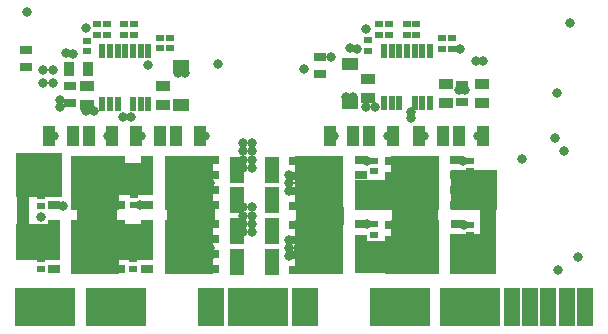
<source format=gts>
G04*
G04 #@! TF.GenerationSoftware,Altium Limited,Altium Designer,22.5.1 (42)*
G04*
G04 Layer_Color=8388736*
%FSLAX25Y25*%
%MOIN*%
G70*
G04*
G04 #@! TF.SameCoordinates,407AD2AB-4410-4D32-8071-BEDB4B14A2C6*
G04*
G04*
G04 #@! TF.FilePolarity,Negative*
G04*
G01*
G75*
%ADD14R,0.05831X0.11639*%
%ADD15R,0.15453X0.13189*%
%ADD16R,0.15354X0.13287*%
%ADD17R,0.12303X0.12043*%
%ADD18R,0.11811X0.10630*%
%ADD19R,0.13386X0.11122*%
%ADD20R,0.13287X0.10236*%
%ADD21R,0.15748X0.07579*%
%ADD22R,0.15847X0.06299*%
%ADD23R,0.16240X0.05118*%
%ADD24R,0.13681X0.07480*%
%ADD25R,0.04429X0.12795*%
%ADD26R,0.14665X0.12106*%
%ADD27R,0.15551X0.14567*%
%ADD28R,0.04343X0.03162*%
%ADD29R,0.03950X0.06706*%
%ADD30R,0.05603X0.04383*%
%ADD31R,0.04737X0.03556*%
%ADD32R,0.03162X0.02375*%
%ADD33R,0.01981X0.04737*%
%ADD34R,0.05524X0.12611*%
%ADD35R,0.03556X0.04737*%
%ADD36R,0.04737X0.08674*%
%ADD37R,0.03556X0.03162*%
%ADD38R,0.15958X0.17926*%
%ADD39R,0.03950X0.03162*%
%ADD40R,0.20485X0.12611*%
%ADD41R,0.08674X0.12611*%
%ADD42C,0.03162*%
%ADD43C,0.04737*%
D14*
X516671Y311233D02*
D03*
D15*
X511860Y300295D02*
D03*
D16*
X511909Y321604D02*
D03*
D17*
X398967Y304250D02*
D03*
D18*
X399311Y325295D02*
D03*
D19*
X479134Y299262D02*
D03*
D20*
X479085Y320177D02*
D03*
D21*
X492421Y313533D02*
D03*
D22*
X460581Y313090D02*
D03*
D23*
X417569Y313386D02*
D03*
D24*
X386270Y312500D02*
D03*
D25*
X361565Y314075D02*
D03*
D26*
X366683Y304380D02*
D03*
D27*
X367126Y326575D02*
D03*
D28*
X507906Y356693D02*
D03*
Y350984D02*
D03*
X377362Y356299D02*
D03*
Y350591D02*
D03*
X362697Y368307D02*
D03*
Y362598D02*
D03*
X460630Y360335D02*
D03*
Y366043D02*
D03*
D29*
X477039Y339862D02*
D03*
X484913D02*
D03*
X399508Y339862D02*
D03*
X407382D02*
D03*
X471777Y339862D02*
D03*
X463903D02*
D03*
X420571Y339862D02*
D03*
X412697D02*
D03*
X507008Y339862D02*
D03*
X514882D02*
D03*
X370472D02*
D03*
X378346D02*
D03*
X501664D02*
D03*
X493790D02*
D03*
X391535D02*
D03*
X383661D02*
D03*
D30*
X414390Y350000D02*
D03*
Y362913D02*
D03*
X470602Y350669D02*
D03*
Y363583D02*
D03*
D31*
X502591Y350689D02*
D03*
Y356988D02*
D03*
X514707Y350725D02*
D03*
Y357024D02*
D03*
X408268Y350000D02*
D03*
Y356299D02*
D03*
X382874Y356496D02*
D03*
Y350197D02*
D03*
X476606Y352362D02*
D03*
Y358662D02*
D03*
D32*
X483693Y376969D02*
D03*
Y373425D02*
D03*
X480346Y376969D02*
D03*
Y373425D02*
D03*
X489599Y376969D02*
D03*
Y373425D02*
D03*
X492846Y376969D02*
D03*
Y373425D02*
D03*
X504658Y368799D02*
D03*
Y372342D02*
D03*
X501311Y368799D02*
D03*
Y372342D02*
D03*
X476803Y371752D02*
D03*
Y368209D02*
D03*
X395472Y376969D02*
D03*
Y373425D02*
D03*
X398819Y376969D02*
D03*
Y373425D02*
D03*
X389764Y376969D02*
D03*
Y373425D02*
D03*
X386319Y376969D02*
D03*
Y373425D02*
D03*
X407283Y368996D02*
D03*
Y372539D02*
D03*
X410827Y368996D02*
D03*
Y372539D02*
D03*
X382874Y367913D02*
D03*
Y371457D02*
D03*
X398405Y295239D02*
D03*
Y298782D02*
D03*
X398553Y316573D02*
D03*
Y320116D02*
D03*
X367833Y316274D02*
D03*
X367833Y319817D02*
D03*
X367613Y295299D02*
D03*
Y298842D02*
D03*
X510569Y331544D02*
D03*
Y328000D02*
D03*
X510599Y310202D02*
D03*
Y306658D02*
D03*
X478751Y331476D02*
D03*
Y327933D02*
D03*
X478731Y310254D02*
D03*
Y306711D02*
D03*
D33*
X497374Y350787D02*
D03*
X494815Y350787D02*
D03*
X492256Y350787D02*
D03*
X487138Y350787D02*
D03*
X484579Y350787D02*
D03*
X482020Y350787D02*
D03*
Y368209D02*
D03*
X484579D02*
D03*
X487138D02*
D03*
X489697D02*
D03*
X492256D02*
D03*
X494815D02*
D03*
X497374D02*
D03*
X403445Y350492D02*
D03*
X400886D02*
D03*
X398327D02*
D03*
X393209D02*
D03*
X390650D02*
D03*
X388090D02*
D03*
Y367914D02*
D03*
X390650D02*
D03*
X393209D02*
D03*
X395768Y367913D02*
D03*
X398327Y367914D02*
D03*
X400886Y367913D02*
D03*
X403445Y367914D02*
D03*
D34*
X524618Y282677D02*
D03*
X530720D02*
D03*
X536823D02*
D03*
X542925D02*
D03*
X549027D02*
D03*
D35*
X377018Y361953D02*
D03*
X383317D02*
D03*
D36*
X444685Y297835D02*
D03*
X432874D02*
D03*
X444685Y308071D02*
D03*
X432874D02*
D03*
X444685Y318307D02*
D03*
X432874D02*
D03*
X444685Y328543D02*
D03*
X432874D02*
D03*
D37*
X394202Y331672D02*
D03*
X394202Y326672D02*
D03*
X394202Y321672D02*
D03*
X394182Y316672D02*
D03*
X425358Y310345D02*
D03*
X425358Y305345D02*
D03*
Y300345D02*
D03*
X425338Y295345D02*
D03*
X425350Y331672D02*
D03*
X425350Y326672D02*
D03*
Y321672D02*
D03*
X425330Y316672D02*
D03*
X394199Y310345D02*
D03*
X394199Y305345D02*
D03*
X394199Y300345D02*
D03*
X394180Y295345D02*
D03*
X483902Y316525D02*
D03*
Y321525D02*
D03*
Y326525D02*
D03*
X483921Y331525D02*
D03*
X483965Y295198D02*
D03*
X483965Y300199D02*
D03*
X483965Y305199D02*
D03*
X483985Y310198D02*
D03*
X452083Y316525D02*
D03*
X452083Y321525D02*
D03*
X452083Y326525D02*
D03*
X452103Y331525D02*
D03*
X452117Y295198D02*
D03*
X452117Y300198D02*
D03*
X452117Y305198D02*
D03*
X452137Y310198D02*
D03*
D38*
X385785Y324197D02*
D03*
X416941Y302870D02*
D03*
X416933Y324197D02*
D03*
X385783Y302870D02*
D03*
X492319Y324000D02*
D03*
X492382Y302673D02*
D03*
X460500Y324000D02*
D03*
X460534Y302673D02*
D03*
D39*
X371950Y316598D02*
D03*
Y321598D02*
D03*
X371950Y326598D02*
D03*
X371950Y331598D02*
D03*
X403105Y295272D02*
D03*
Y300272D02*
D03*
Y305272D02*
D03*
Y310272D02*
D03*
X403097Y316598D02*
D03*
Y321598D02*
D03*
Y326598D02*
D03*
Y331598D02*
D03*
X371947Y295272D02*
D03*
Y300272D02*
D03*
Y305272D02*
D03*
X371947Y310272D02*
D03*
X506154Y331598D02*
D03*
X506154Y326598D02*
D03*
X506154Y321598D02*
D03*
Y316598D02*
D03*
X506217Y310272D02*
D03*
X506217Y305272D02*
D03*
X506217Y300272D02*
D03*
Y295272D02*
D03*
X474335Y331598D02*
D03*
X474335Y326598D02*
D03*
X474335Y321598D02*
D03*
Y316598D02*
D03*
X474369Y310271D02*
D03*
X474369Y305271D02*
D03*
X474369Y300271D02*
D03*
Y295271D02*
D03*
D40*
X439972Y282677D02*
D03*
X392728D02*
D03*
X369106D02*
D03*
X487216D02*
D03*
X510838D02*
D03*
D41*
X424224D02*
D03*
X455720D02*
D03*
D42*
X413272Y360637D02*
D03*
X527953Y331988D02*
D03*
X426772Y363779D02*
D03*
X362992Y381004D02*
D03*
X539764Y354134D02*
D03*
X544193Y377461D02*
D03*
X546850Y299311D02*
D03*
X540059Y295177D02*
D03*
X464272Y366142D02*
D03*
X455315Y362205D02*
D03*
X372045Y339591D02*
D03*
X367618Y312856D02*
D03*
X375197Y316535D02*
D03*
X364534Y331004D02*
D03*
X361647Y328215D02*
D03*
X367421Y331004D02*
D03*
X364534Y325427D02*
D03*
X361647Y322638D02*
D03*
X364534D02*
D03*
X367421Y328215D02*
D03*
X361647Y325427D02*
D03*
X367421D02*
D03*
X361647Y331004D02*
D03*
X367421Y322638D02*
D03*
X364534Y328215D02*
D03*
X364586Y308665D02*
D03*
X367473D02*
D03*
X530721Y285466D02*
D03*
X530721Y279889D02*
D03*
X530721Y282677D02*
D03*
X524618Y279889D02*
D03*
X524618Y285466D02*
D03*
Y282677D02*
D03*
X368480Y357236D02*
D03*
X371688Y357218D02*
D03*
X371660Y361848D02*
D03*
X368483Y361820D02*
D03*
X515040Y364661D02*
D03*
X512561Y364671D02*
D03*
X403451Y363485D02*
D03*
X470697Y368886D02*
D03*
X473176Y368876D02*
D03*
X376200Y367224D02*
D03*
X378522Y367167D02*
D03*
X542085Y334669D02*
D03*
X539197Y339059D02*
D03*
X382868Y375591D02*
D03*
X507373Y368725D02*
D03*
X475961Y375350D02*
D03*
X437953Y307550D02*
D03*
X435039D02*
D03*
Y313212D02*
D03*
Y310381D02*
D03*
X437953D02*
D03*
Y313212D02*
D03*
Y316043D02*
D03*
X435039D02*
D03*
X385433Y347933D02*
D03*
X382579D02*
D03*
X476083Y349410D02*
D03*
X478937D02*
D03*
X491142Y345571D02*
D03*
X491043Y347835D02*
D03*
X438017Y329027D02*
D03*
X435130D02*
D03*
Y337499D02*
D03*
Y334675D02*
D03*
Y331851D02*
D03*
X438017D02*
D03*
Y334675D02*
D03*
Y337499D02*
D03*
X361699Y305877D02*
D03*
Y308665D02*
D03*
Y303088D02*
D03*
Y300299D02*
D03*
X364586Y305877D02*
D03*
Y303088D02*
D03*
Y300299D02*
D03*
X367473D02*
D03*
Y303088D02*
D03*
Y305877D02*
D03*
X510868Y317053D02*
D03*
Y319842D02*
D03*
Y322630D02*
D03*
Y325419D02*
D03*
X513755D02*
D03*
Y322630D02*
D03*
Y319842D02*
D03*
X513755Y317053D02*
D03*
X516642Y325419D02*
D03*
Y322630D02*
D03*
Y317053D02*
D03*
Y319842D02*
D03*
X516741Y298779D02*
D03*
X516741Y295990D02*
D03*
Y301567D02*
D03*
Y304356D02*
D03*
X513854Y295990D02*
D03*
Y298779D02*
D03*
Y301567D02*
D03*
Y304356D02*
D03*
X510966D02*
D03*
Y301567D02*
D03*
Y298779D02*
D03*
Y295990D02*
D03*
X490793Y305177D02*
D03*
X496567D02*
D03*
Y299600D02*
D03*
Y302389D02*
D03*
X487906Y305177D02*
D03*
X490793Y299600D02*
D03*
X493680Y305177D02*
D03*
Y302389D02*
D03*
X490793D02*
D03*
X487906Y299600D02*
D03*
Y302389D02*
D03*
X493680Y299600D02*
D03*
X450219Y305177D02*
D03*
X459602Y302487D02*
D03*
X456715Y299698D02*
D03*
X453528Y305149D02*
D03*
X450219Y299600D02*
D03*
Y302389D02*
D03*
X453528Y299572D02*
D03*
X459602Y305276D02*
D03*
Y299698D02*
D03*
X456715Y305276D02*
D03*
Y302487D02*
D03*
X453528Y302361D02*
D03*
X415418Y305177D02*
D03*
X418306D02*
D03*
Y299600D02*
D03*
X415418Y302389D02*
D03*
X424080Y305177D02*
D03*
X418306Y302389D02*
D03*
X424080Y299600D02*
D03*
X421193Y305177D02*
D03*
X424080Y302389D02*
D03*
X421193D02*
D03*
Y299600D02*
D03*
X415418D02*
D03*
X391294Y302389D02*
D03*
X385520Y305177D02*
D03*
Y302389D02*
D03*
X388407D02*
D03*
X391294Y299600D02*
D03*
X382633Y305177D02*
D03*
X385520Y299600D02*
D03*
X391294Y305177D02*
D03*
X388407Y299600D02*
D03*
X382633D02*
D03*
Y302389D02*
D03*
X388407Y305177D02*
D03*
X421095Y321232D02*
D03*
X423982D02*
D03*
X421095Y324021D02*
D03*
X415321Y321232D02*
D03*
X418208D02*
D03*
X421095Y326810D02*
D03*
X418208Y324021D02*
D03*
X415321Y326810D02*
D03*
X423982Y324021D02*
D03*
Y326810D02*
D03*
X418208D02*
D03*
X415321Y324021D02*
D03*
X387944D02*
D03*
Y321232D02*
D03*
Y326810D02*
D03*
X382170D02*
D03*
X385057Y321232D02*
D03*
Y326810D02*
D03*
X390831D02*
D03*
X385057Y324021D02*
D03*
X382170D02*
D03*
Y321232D02*
D03*
X390831D02*
D03*
Y324021D02*
D03*
X453561Y323993D02*
D03*
X450252Y324021D02*
D03*
X453561Y326782D02*
D03*
X459635Y326908D02*
D03*
Y321331D02*
D03*
X450252Y321232D02*
D03*
Y326810D02*
D03*
X456748Y326908D02*
D03*
Y324119D02*
D03*
X453561Y321204D02*
D03*
X459635Y324119D02*
D03*
X456748Y321331D02*
D03*
X493695Y321232D02*
D03*
X490808Y324021D02*
D03*
X487921D02*
D03*
X490808Y321232D02*
D03*
X496582Y324021D02*
D03*
X493695Y326810D02*
D03*
X487921D02*
D03*
X493695Y324021D02*
D03*
X496582Y326810D02*
D03*
X490808D02*
D03*
X487921Y321232D02*
D03*
X496582D02*
D03*
X374174Y351555D02*
D03*
X374116Y349233D02*
D03*
X415666Y360657D02*
D03*
X506958Y355161D02*
D03*
X508991Y355185D02*
D03*
X471708Y352793D02*
D03*
X469341Y352865D02*
D03*
X508425Y331477D02*
D03*
X476262Y331511D02*
D03*
X476399Y310235D02*
D03*
X508570Y310127D02*
D03*
X513402Y339738D02*
D03*
X495438Y339614D02*
D03*
X483296Y339572D02*
D03*
X465414Y339655D02*
D03*
X390045Y339742D02*
D03*
X397539Y346063D02*
D03*
X395079Y345965D02*
D03*
X400591Y316634D02*
D03*
X401116Y339862D02*
D03*
X422303D02*
D03*
D43*
X394795Y278740D02*
D03*
X390661Y286516D02*
D03*
X398929Y278740D02*
D03*
X390661D02*
D03*
X394795Y286516D02*
D03*
X398929D02*
D03*
Y282628D02*
D03*
X386527Y278740D02*
D03*
Y282628D02*
D03*
Y286516D02*
D03*
X371173Y278740D02*
D03*
X367039Y286516D02*
D03*
X375307Y278740D02*
D03*
X367039D02*
D03*
X371173Y286516D02*
D03*
X375307D02*
D03*
Y282628D02*
D03*
X362906Y278740D02*
D03*
Y282628D02*
D03*
Y286516D02*
D03*
X442039Y278740D02*
D03*
X437905Y286516D02*
D03*
X446173Y278740D02*
D03*
X437905D02*
D03*
X442039Y286516D02*
D03*
X446173D02*
D03*
Y282628D02*
D03*
X433771Y278740D02*
D03*
Y282628D02*
D03*
Y286516D02*
D03*
X489283Y278740D02*
D03*
X485149Y286516D02*
D03*
X493417Y278740D02*
D03*
X485149D02*
D03*
X489283Y286516D02*
D03*
X493417D02*
D03*
Y282628D02*
D03*
X481015Y278740D02*
D03*
Y282628D02*
D03*
Y286516D02*
D03*
X512905Y278740D02*
D03*
X508771Y286516D02*
D03*
X517039Y278740D02*
D03*
X508771D02*
D03*
X512905Y286516D02*
D03*
X517039D02*
D03*
Y282628D02*
D03*
X504637Y278740D02*
D03*
Y282628D02*
D03*
Y286516D02*
D03*
X455721Y278740D02*
D03*
Y286614D02*
D03*
X424224Y278740D02*
D03*
Y286614D02*
D03*
M02*

</source>
